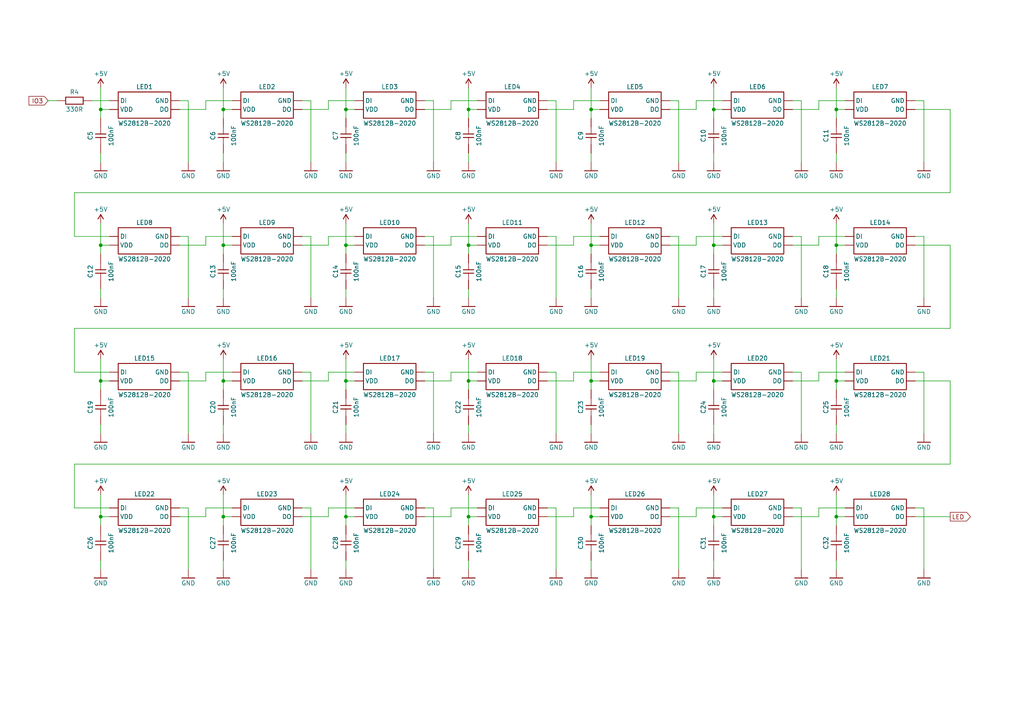
<source format=kicad_sch>
(kicad_sch (version 20250114) (generator "eeschema") (generator_version "9.0")
  (paper "A4")
  (title_block (title "PF 2026") (date "2025-12-15") (rev "R1.0"))
  (junction (at 242.57 110.49))
  (junction (at 207.01 71.12))
  (junction (at 100.33 149.86))
  (junction (at 171.45 31.75))
  (junction (at 242.57 31.75))
  (junction (at 171.45 149.86))
  (junction (at 64.77 71.12))
  (junction (at 171.45 71.12))
  (junction (at 135.89 149.86))
  (junction (at 100.33 71.12))
  (junction (at 29.21 149.86))
  (junction (at 29.21 31.75))
  (junction (at 100.33 31.75))
  (junction (at 207.01 149.86))
  (junction (at 242.57 71.12))
  (junction (at 64.77 110.49))
  (junction (at 135.89 31.75))
  (junction (at 100.33 110.49))
  (junction (at 64.77 31.75))
  (junction (at 29.21 110.49))
  (junction (at 64.77 149.86))
  (junction (at 207.01 31.75))
  (junction (at 135.89 71.12))
  (junction (at 171.45 110.49))
  (junction (at 207.01 110.49))
  (junction (at 29.21 71.12))
  (junction (at 242.57 149.86))
  (junction (at 135.89 110.49))
  (wire (pts (xy 166.37 31.75) (xy 166.37 29.21)))
  (wire (pts (xy 207.01 152.4) (xy 207.01 149.86)))
  (wire (pts (xy 125.73 46.99) (xy 125.73 29.21)))
  (wire (pts (xy 161.29 125.73) (xy 161.29 107.95)))
  (wire (pts (xy 242.57 104.14) (xy 242.57 110.49)))
  (wire (pts (xy 95.25 29.21) (xy 102.87 29.21)))
  (wire (pts (xy 100.33 162.56) (xy 100.33 165.1)))
  (wire (pts (xy 54.61 29.21) (xy 52.07 29.21)))
  (wire (pts (xy 196.85 165.1) (xy 196.85 147.32)))
  (wire (pts (xy 135.89 152.4) (xy 135.89 149.86)))
  (wire (pts (xy 232.41 86.36) (xy 232.41 68.58)))
  (wire (pts (xy 87.63 31.75) (xy 95.25 31.75)))
  (wire (pts (xy 90.17 147.32) (xy 87.63 147.32)))
  (wire (pts (xy 64.77 149.86) (xy 67.31 149.86)))
  (wire (pts (xy 242.57 149.86) (xy 245.11 149.86)))
  (wire (pts (xy 95.25 149.86) (xy 95.25 147.32)))
  (wire (pts (xy 194.31 31.75) (xy 201.93 31.75)))
  (wire (pts (xy 21.59 147.32) (xy 31.75 147.32)))
  (wire (pts (xy 123.19 71.12) (xy 130.81 71.12)))
  (wire (pts (xy 166.37 68.58) (xy 173.99 68.58)))
  (wire (pts (xy 171.45 25.4) (xy 171.45 31.75)))
  (wire (pts (xy 135.89 104.14) (xy 135.89 110.49)))
  (wire (pts (xy 207.01 113.03) (xy 207.01 110.49)))
  (wire (pts (xy 237.49 68.58) (xy 245.11 68.58)))
  (wire (pts (xy 64.77 104.14) (xy 64.77 110.49)))
  (wire (pts (xy 194.31 110.49) (xy 201.93 110.49)))
  (wire (pts (xy 21.59 68.58) (xy 21.59 55.88)))
  (wire (pts (xy 95.25 31.75) (xy 95.25 29.21)))
  (wire (pts (xy 166.37 147.32) (xy 173.99 147.32)))
  (wire (pts (xy 123.19 149.86) (xy 130.81 149.86)))
  (wire (pts (xy 125.73 107.95) (xy 123.19 107.95)))
  (wire (pts (xy 52.07 149.86) (xy 59.69 149.86)))
  (wire (pts (xy 242.57 83.82) (xy 242.57 86.36)))
  (wire (pts (xy 207.01 64.77) (xy 207.01 71.12)))
  (wire (pts (xy 59.69 149.86) (xy 59.69 147.32)))
  (wire (pts (xy 171.45 71.12) (xy 173.99 71.12)))
  (wire (pts (xy 207.01 162.56) (xy 207.01 165.1)))
  (wire (pts (xy 232.41 29.21) (xy 229.87 29.21)))
  (wire (pts (xy 135.89 83.82) (xy 135.89 86.36)))
  (wire (pts (xy 135.89 113.03) (xy 135.89 110.49)))
  (wire (pts (xy 158.75 149.86) (xy 166.37 149.86)))
  (wire (pts (xy 123.19 110.49) (xy 130.81 110.49)))
  (wire (pts (xy 135.89 149.86) (xy 138.43 149.86)))
  (wire (pts (xy 201.93 147.32) (xy 209.55 147.32)))
  (wire (pts (xy 13.97 29.21) (xy 16.51 29.21)))
  (wire (pts (xy 196.85 107.95) (xy 194.31 107.95)))
  (wire (pts (xy 59.69 68.58) (xy 67.31 68.58)))
  (wire (pts (xy 21.59 147.32) (xy 21.59 134.62)))
  (wire (pts (xy 26.67 29.21) (xy 31.75 29.21)))
  (wire (pts (xy 166.37 71.12) (xy 166.37 68.58)))
  (wire (pts (xy 237.49 149.86) (xy 237.49 147.32)))
  (wire (pts (xy 100.33 34.29) (xy 100.33 31.75)))
  (wire (pts (xy 29.21 162.56) (xy 29.21 165.1)))
  (wire (pts (xy 194.31 149.86) (xy 201.93 149.86)))
  (wire (pts (xy 130.81 107.95) (xy 138.43 107.95)))
  (wire (pts (xy 64.77 152.4) (xy 64.77 149.86)))
  (wire (pts (xy 59.69 107.95) (xy 67.31 107.95)))
  (wire (pts (xy 242.57 25.4) (xy 242.57 31.75)))
  (wire (pts (xy 201.93 71.12) (xy 201.93 68.58)))
  (wire (pts (xy 90.17 86.36) (xy 90.17 68.58)))
  (wire (pts (xy 90.17 29.21) (xy 87.63 29.21)))
  (wire (pts (xy 64.77 73.66) (xy 64.77 71.12)))
  (wire (pts (xy 232.41 165.1) (xy 232.41 147.32)))
  (wire (pts (xy 207.01 31.75) (xy 209.55 31.75)))
  (wire (pts (xy 242.57 31.75) (xy 245.11 31.75)))
  (wire (pts (xy 54.61 147.32) (xy 52.07 147.32)))
  (wire (pts (xy 201.93 110.49) (xy 201.93 107.95)))
  (wire (pts (xy 29.21 73.66) (xy 29.21 71.12)))
  (wire (pts (xy 207.01 83.82) (xy 207.01 86.36)))
  (wire (pts (xy 171.45 113.03) (xy 171.45 110.49)))
  (wire (pts (xy 52.07 110.49) (xy 59.69 110.49)))
  (wire (pts (xy 201.93 31.75) (xy 201.93 29.21)))
  (wire (pts (xy 29.21 113.03) (xy 29.21 110.49)))
  (wire (pts (xy 265.43 71.12) (xy 275.59 71.12)))
  (wire (pts (xy 242.57 152.4) (xy 242.57 149.86)))
  (wire (pts (xy 21.59 134.62) (xy 275.59 134.62)))
  (wire (pts (xy 100.33 44.45) (xy 100.33 46.99)))
  (wire (pts (xy 201.93 107.95) (xy 209.55 107.95)))
  (wire (pts (xy 196.85 86.36) (xy 196.85 68.58)))
  (wire (pts (xy 29.21 143.51) (xy 29.21 149.86)))
  (wire (pts (xy 100.33 25.4) (xy 100.33 31.75)))
  (wire (pts (xy 161.29 29.21) (xy 158.75 29.21)))
  (wire (pts (xy 100.33 152.4) (xy 100.33 149.86)))
  (wire (pts (xy 64.77 71.12) (xy 67.31 71.12)))
  (wire (pts (xy 54.61 125.73) (xy 54.61 107.95)))
  (wire (pts (xy 54.61 165.1) (xy 54.61 147.32)))
  (wire (pts (xy 242.57 162.56) (xy 242.57 165.1)))
  (wire (pts (xy 135.89 71.12) (xy 138.43 71.12)))
  (wire (pts (xy 130.81 68.58) (xy 138.43 68.58)))
  (wire (pts (xy 171.45 73.66) (xy 171.45 71.12)))
  (wire (pts (xy 54.61 68.58) (xy 52.07 68.58)))
  (wire (pts (xy 64.77 83.82) (xy 64.77 86.36)))
  (wire (pts (xy 100.33 113.03) (xy 100.33 110.49)))
  (wire (pts (xy 196.85 68.58) (xy 194.31 68.58)))
  (wire (pts (xy 194.31 71.12) (xy 201.93 71.12)))
  (wire (pts (xy 229.87 31.75) (xy 237.49 31.75)))
  (wire (pts (xy 21.59 107.95) (xy 21.59 95.25)))
  (wire (pts (xy 161.29 147.32) (xy 158.75 147.32)))
  (wire (pts (xy 29.21 25.4) (xy 29.21 31.75)))
  (wire (pts (xy 265.43 149.86) (xy 275.59 149.86)))
  (wire (pts (xy 232.41 46.99) (xy 232.41 29.21)))
  (wire (pts (xy 64.77 64.77) (xy 64.77 71.12)))
  (wire (pts (xy 125.73 86.36) (xy 125.73 68.58)))
  (wire (pts (xy 166.37 29.21) (xy 173.99 29.21)))
  (wire (pts (xy 242.57 143.51) (xy 242.57 149.86)))
  (wire (pts (xy 59.69 110.49) (xy 59.69 107.95)))
  (wire (pts (xy 87.63 110.49) (xy 95.25 110.49)))
  (wire (pts (xy 64.77 31.75) (xy 67.31 31.75)))
  (wire (pts (xy 95.25 110.49) (xy 95.25 107.95)))
  (wire (pts (xy 171.45 44.45) (xy 171.45 46.99)))
  (wire (pts (xy 229.87 149.86) (xy 237.49 149.86)))
  (wire (pts (xy 201.93 29.21) (xy 209.55 29.21)))
  (wire (pts (xy 21.59 95.25) (xy 275.59 95.25)))
  (wire (pts (xy 207.01 110.49) (xy 209.55 110.49)))
  (wire (pts (xy 87.63 71.12) (xy 95.25 71.12)))
  (wire (pts (xy 237.49 29.21) (xy 245.11 29.21)))
  (wire (pts (xy 95.25 147.32) (xy 102.87 147.32)))
  (wire (pts (xy 232.41 68.58) (xy 229.87 68.58)))
  (wire (pts (xy 135.89 143.51) (xy 135.89 149.86)))
  (wire (pts (xy 90.17 107.95) (xy 87.63 107.95)))
  (wire (pts (xy 64.77 123.19) (xy 64.77 125.73)))
  (wire (pts (xy 161.29 165.1) (xy 161.29 147.32)))
  (wire (pts (xy 64.77 143.51) (xy 64.77 149.86)))
  (wire (pts (xy 207.01 149.86) (xy 209.55 149.86)))
  (wire (pts (xy 242.57 64.77) (xy 242.57 71.12)))
  (wire (pts (xy 54.61 86.36) (xy 54.61 68.58)))
  (wire (pts (xy 100.33 149.86) (xy 102.87 149.86)))
  (wire (pts (xy 267.97 46.99) (xy 267.97 29.21)))
  (wire (pts (xy 100.33 83.82) (xy 100.33 86.36)))
  (wire (pts (xy 100.33 64.77) (xy 100.33 71.12)))
  (wire (pts (xy 207.01 25.4) (xy 207.01 31.75)))
  (wire (pts (xy 90.17 125.73) (xy 90.17 107.95)))
  (wire (pts (xy 171.45 162.56) (xy 171.45 165.1)))
  (wire (pts (xy 171.45 31.75) (xy 173.99 31.75)))
  (wire (pts (xy 207.01 143.51) (xy 207.01 149.86)))
  (wire (pts (xy 29.21 123.19) (xy 29.21 125.73)))
  (wire (pts (xy 100.33 104.14) (xy 100.33 110.49)))
  (wire (pts (xy 135.89 25.4) (xy 135.89 31.75)))
  (wire (pts (xy 135.89 31.75) (xy 138.43 31.75)))
  (wire (pts (xy 123.19 31.75) (xy 130.81 31.75)))
  (wire (pts (xy 267.97 125.73) (xy 267.97 107.95)))
  (wire (pts (xy 237.49 110.49) (xy 237.49 107.95)))
  (wire (pts (xy 166.37 110.49) (xy 166.37 107.95)))
  (wire (pts (xy 21.59 68.58) (xy 31.75 68.58)))
  (wire (pts (xy 171.45 34.29) (xy 171.45 31.75)))
  (wire (pts (xy 125.73 29.21) (xy 123.19 29.21)))
  (wire (pts (xy 100.33 123.19) (xy 100.33 125.73)))
  (wire (pts (xy 242.57 110.49) (xy 245.11 110.49)))
  (wire (pts (xy 29.21 104.14) (xy 29.21 110.49)))
  (wire (pts (xy 237.49 107.95) (xy 245.11 107.95)))
  (wire (pts (xy 242.57 113.03) (xy 242.57 110.49)))
  (wire (pts (xy 29.21 149.86) (xy 31.75 149.86)))
  (wire (pts (xy 242.57 34.29) (xy 242.57 31.75)))
  (wire (pts (xy 196.85 147.32) (xy 194.31 147.32)))
  (wire (pts (xy 207.01 34.29) (xy 207.01 31.75)))
  (wire (pts (xy 237.49 147.32) (xy 245.11 147.32)))
  (wire (pts (xy 229.87 71.12) (xy 237.49 71.12)))
  (wire (pts (xy 125.73 68.58) (xy 123.19 68.58)))
  (wire (pts (xy 201.93 68.58) (xy 209.55 68.58)))
  (wire (pts (xy 207.01 123.19) (xy 207.01 125.73)))
  (wire (pts (xy 171.45 123.19) (xy 171.45 125.73)))
  (wire (pts (xy 161.29 68.58) (xy 158.75 68.58)))
  (wire (pts (xy 237.49 31.75) (xy 237.49 29.21)))
  (wire (pts (xy 130.81 71.12) (xy 130.81 68.58)))
  (wire (pts (xy 135.89 123.19) (xy 135.89 125.73)))
  (wire (pts (xy 64.77 25.4) (xy 64.77 31.75)))
  (wire (pts (xy 52.07 31.75) (xy 59.69 31.75)))
  (wire (pts (xy 130.81 29.21) (xy 138.43 29.21)))
  (wire (pts (xy 201.93 149.86) (xy 201.93 147.32)))
  (wire (pts (xy 275.59 55.88) (xy 275.59 31.75)))
  (wire (pts (xy 135.89 44.45) (xy 135.89 46.99)))
  (wire (pts (xy 54.61 107.95) (xy 52.07 107.95)))
  (wire (pts (xy 275.59 134.62) (xy 275.59 110.49)))
  (wire (pts (xy 242.57 123.19) (xy 242.57 125.73)))
  (wire (pts (xy 207.01 104.14) (xy 207.01 110.49)))
  (wire (pts (xy 125.73 125.73) (xy 125.73 107.95)))
  (wire (pts (xy 29.21 44.45) (xy 29.21 46.99)))
  (wire (pts (xy 59.69 147.32) (xy 67.31 147.32)))
  (wire (pts (xy 64.77 110.49) (xy 67.31 110.49)))
  (wire (pts (xy 196.85 29.21) (xy 194.31 29.21)))
  (wire (pts (xy 125.73 147.32) (xy 123.19 147.32)))
  (wire (pts (xy 29.21 34.29) (xy 29.21 31.75)))
  (wire (pts (xy 171.45 152.4) (xy 171.45 149.86)))
  (wire (pts (xy 161.29 46.99) (xy 161.29 29.21)))
  (wire (pts (xy 207.01 71.12) (xy 209.55 71.12)))
  (wire (pts (xy 267.97 86.36) (xy 267.97 68.58)))
  (wire (pts (xy 59.69 31.75) (xy 59.69 29.21)))
  (wire (pts (xy 100.33 143.51) (xy 100.33 149.86)))
  (wire (pts (xy 100.33 71.12) (xy 102.87 71.12)))
  (wire (pts (xy 64.77 113.03) (xy 64.77 110.49)))
  (wire (pts (xy 52.07 71.12) (xy 59.69 71.12)))
  (wire (pts (xy 135.89 162.56) (xy 135.89 165.1)))
  (wire (pts (xy 59.69 29.21) (xy 67.31 29.21)))
  (wire (pts (xy 135.89 34.29) (xy 135.89 31.75)))
  (wire (pts (xy 229.87 110.49) (xy 237.49 110.49)))
  (wire (pts (xy 135.89 64.77) (xy 135.89 71.12)))
  (wire (pts (xy 21.59 107.95) (xy 31.75 107.95)))
  (wire (pts (xy 171.45 149.86) (xy 173.99 149.86)))
  (wire (pts (xy 158.75 71.12) (xy 166.37 71.12)))
  (wire (pts (xy 100.33 73.66) (xy 100.33 71.12)))
  (wire (pts (xy 166.37 107.95) (xy 173.99 107.95)))
  (wire (pts (xy 100.33 31.75) (xy 102.87 31.75)))
  (wire (pts (xy 207.01 44.45) (xy 207.01 46.99)))
  (wire (pts (xy 125.73 165.1) (xy 125.73 147.32)))
  (wire (pts (xy 95.25 68.58) (xy 102.87 68.58)))
  (wire (pts (xy 232.41 107.95) (xy 229.87 107.95)))
  (wire (pts (xy 267.97 107.95) (xy 265.43 107.95)))
  (wire (pts (xy 95.25 71.12) (xy 95.25 68.58)))
  (wire (pts (xy 29.21 31.75) (xy 31.75 31.75)))
  (wire (pts (xy 232.41 147.32) (xy 229.87 147.32)))
  (wire (pts (xy 171.45 64.77) (xy 171.45 71.12)))
  (wire (pts (xy 158.75 31.75) (xy 166.37 31.75)))
  (wire (pts (xy 130.81 149.86) (xy 130.81 147.32)))
  (wire (pts (xy 232.41 125.73) (xy 232.41 107.95)))
  (wire (pts (xy 64.77 162.56) (xy 64.77 165.1)))
  (wire (pts (xy 171.45 143.51) (xy 171.45 149.86)))
  (wire (pts (xy 100.33 110.49) (xy 102.87 110.49)))
  (wire (pts (xy 29.21 71.12) (xy 31.75 71.12)))
  (wire (pts (xy 90.17 46.99) (xy 90.17 29.21)))
  (wire (pts (xy 166.37 149.86) (xy 166.37 147.32)))
  (wire (pts (xy 265.43 31.75) (xy 275.59 31.75)))
  (wire (pts (xy 54.61 46.99) (xy 54.61 29.21)))
  (wire (pts (xy 90.17 68.58) (xy 87.63 68.58)))
  (wire (pts (xy 59.69 71.12) (xy 59.69 68.58)))
  (wire (pts (xy 275.59 95.25) (xy 275.59 71.12)))
  (wire (pts (xy 29.21 64.77) (xy 29.21 71.12)))
  (wire (pts (xy 135.89 110.49) (xy 138.43 110.49)))
  (wire (pts (xy 267.97 165.1) (xy 267.97 147.32)))
  (wire (pts (xy 265.43 110.49) (xy 275.59 110.49)))
  (wire (pts (xy 161.29 107.95) (xy 158.75 107.95)))
  (wire (pts (xy 64.77 34.29) (xy 64.77 31.75)))
  (wire (pts (xy 196.85 125.73) (xy 196.85 107.95)))
  (wire (pts (xy 21.59 55.88) (xy 275.59 55.88)))
  (wire (pts (xy 267.97 147.32) (xy 265.43 147.32)))
  (wire (pts (xy 171.45 110.49) (xy 173.99 110.49)))
  (wire (pts (xy 196.85 46.99) (xy 196.85 29.21)))
  (wire (pts (xy 130.81 31.75) (xy 130.81 29.21)))
  (wire (pts (xy 130.81 110.49) (xy 130.81 107.95)))
  (wire (pts (xy 95.25 107.95) (xy 102.87 107.95)))
  (wire (pts (xy 267.97 29.21) (xy 265.43 29.21)))
  (wire (pts (xy 130.81 147.32) (xy 138.43 147.32)))
  (wire (pts (xy 87.63 149.86) (xy 95.25 149.86)))
  (wire (pts (xy 242.57 71.12) (xy 245.11 71.12)))
  (wire (pts (xy 135.89 73.66) (xy 135.89 71.12)))
  (wire (pts (xy 171.45 83.82) (xy 171.45 86.36)))
  (wire (pts (xy 64.77 44.45) (xy 64.77 46.99)))
  (wire (pts (xy 29.21 110.49) (xy 31.75 110.49)))
  (wire (pts (xy 242.57 73.66) (xy 242.57 71.12)))
  (wire (pts (xy 242.57 44.45) (xy 242.57 46.99)))
  (wire (pts (xy 90.17 165.1) (xy 90.17 147.32)))
  (wire (pts (xy 237.49 71.12) (xy 237.49 68.58)))
  (wire (pts (xy 29.21 152.4) (xy 29.21 149.86)))
  (wire (pts (xy 161.29 86.36) (xy 161.29 68.58)))
  (wire (pts (xy 267.97 68.58) (xy 265.43 68.58)))
  (wire (pts (xy 158.75 110.49) (xy 166.37 110.49)))
  (wire (pts (xy 207.01 73.66) (xy 207.01 71.12)))
  (wire (pts (xy 171.45 104.14) (xy 171.45 110.49)))
  (wire (pts (xy 29.21 83.82) (xy 29.21 86.36)))
  (global_label "LED" (shape output) (at 275.59 149.86 0) (property "Intersheetrefs" "${INTERSHEET_REFS}" (effects (hide yes))))
  (global_label "IO3" (shape input) (at 13.97 29.21 180) (property "Intersheetrefs" "${INTERSHEET_REFS}" (effects (hide yes))))
  (symbol (lib_id "bh-supply:GND") (at 90.17 88.9 0) (mirror y) (unit 1)
    (property "Reference" "#GND032" (effects (hide yes)))
    (property "Value" "GND" (at 90.17 89.662 0) (effects (justify top)))
  )
  (symbol (lib_id "bh-supply:+5V") (at 135.89 143.51 0) (unit 1)
    (property "Reference" "#+5V028" (effects (hide yes)))
    (property "Value" "+5V" (at 135.89 140.208 0) (effects (justify bottom)))
  )
  (symbol (lib_id "bc-led:LED-WS2812B-2020") (at 184.15 148.59 0) (unit 1)
    (property "Reference" "LED26" (at 184.15 144.018 0) (effects (justify bottom)))
    (property "Value" "WS2812B-2020" (at 184.15 153.162 0) (effects (justify top)))
    (property "Footprint" "bc-led:WS2812B-2020_R" (effects (hide yes)))
    (property "Description" "RGB LED 500,300,1500mcd 3.7-5.3V" (effects (hide yes)))
    (property "Supplier Part Number" "WS2812B-2020" (effects (hide yes)))
    (property "Supplier Name" "TME" (effects (hide yes)))
    (property "Manufacturer Part Number" "WS2812B-2020" (effects (hide yes)))
    (property "Manufacturer Name" "WORLDSEMI" (effects (hide yes)))
    (property "Mounting Technology" "SMT" (effects (hide yes)))
    (property "Package Description" "2x2x0,84mm" (effects (hide yes)))
    (property "BCPN" "BC-LED-WS2812B-2020" (effects (hide yes)))
  )
  (symbol (lib_id "bh-supply:+5V") (at 29.21 104.14 0) (unit 1)
    (property "Reference" "#+5V018" (effects (hide yes)))
    (property "Value" "+5V" (at 29.21 100.838 0) (effects (justify bottom)))
  )
  (symbol (lib_id "bh-capacitor:C-0402-100NF") (at 64.77 78.74 0) (unit 1)
    (property "Reference" "C13" (at 62.484 78.74 90) (effects (justify bottom)))
    (property "Value" "100nF" (at 67.056 78.74 90) (effects (justify top)))
    (property "Footprint" "bh-capacitor:CAPACITOR-0402_R" (effects (hide yes)))
    (property "Description" "Capacitor 100nF 10% ≥25V X5R" (effects (hide yes)))
    (property "Package Description" "0402" (effects (hide yes)))
    (property "Mounting Technology" "SMT" (effects (hide yes)))
    (property "Manufacturer Name" "AVX" (effects (hide yes)))
    (property "BHPN" "BH-C-0402-100NF" (effects (hide yes)))
  )
  (symbol (lib_id "bh-supply:GND") (at 54.61 49.53 0) (mirror y) (unit 1)
    (property "Reference" "#GND016" (effects (hide yes)))
    (property "Value" "GND" (at 54.61 50.292 0) (effects (justify top)))
  )
  (symbol (lib_id "bc-led:LED-WS2812B-2020") (at 255.27 109.22 0) (unit 1)
    (property "Reference" "LED21" (at 255.27 104.648 0) (effects (justify bottom)))
    (property "Value" "WS2812B-2020" (at 255.27 113.792 0) (effects (justify top)))
    (property "Footprint" "bc-led:WS2812B-2020_R" (effects (hide yes)))
    (property "Description" "RGB LED 500,300,1500mcd 3.7-5.3V" (effects (hide yes)))
    (property "Supplier Part Number" "WS2812B-2020" (effects (hide yes)))
    (property "Supplier Name" "TME" (effects (hide yes)))
    (property "Manufacturer Part Number" "WS2812B-2020" (effects (hide yes)))
    (property "Manufacturer Name" "WORLDSEMI" (effects (hide yes)))
    (property "Mounting Technology" "SMT" (effects (hide yes)))
    (property "Package Description" "2x2x0,84mm" (effects (hide yes)))
    (property "BCPN" "BC-LED-WS2812B-2020" (effects (hide yes)))
  )
  (symbol (lib_id "bh-supply:GND") (at 171.45 128.27 0) (mirror y) (unit 1)
    (property "Reference" "#GND051" (effects (hide yes)))
    (property "Value" "GND" (at 171.45 129.032 0) (effects (justify top)))
  )
  (symbol (lib_id "bh-supply:+5V") (at 207.01 104.14 0) (unit 1)
    (property "Reference" "#+5V023" (effects (hide yes)))
    (property "Value" "+5V" (at 207.01 100.838 0) (effects (justify bottom)))
  )
  (symbol (lib_id "bh-supply:GND") (at 207.01 49.53 0) (mirror y) (unit 1)
    (property "Reference" "#GND025" (effects (hide yes)))
    (property "Value" "GND" (at 207.01 50.292 0) (effects (justify top)))
  )
  (symbol (lib_id "bh-supply:GND") (at 196.85 88.9 0) (mirror y) (unit 1)
    (property "Reference" "#GND038" (effects (hide yes)))
    (property "Value" "GND" (at 196.85 89.662 0) (effects (justify top)))
  )
  (symbol (lib_id "bh-supply:+5V") (at 29.21 143.51 0) (unit 1)
    (property "Reference" "#+5V025" (effects (hide yes)))
    (property "Value" "+5V" (at 29.21 140.208 0) (effects (justify bottom)))
  )
  (symbol (lib_id "bh-supply:+5V") (at 207.01 64.77 0) (unit 1)
    (property "Reference" "#+5V016" (effects (hide yes)))
    (property "Value" "+5V" (at 207.01 61.468 0) (effects (justify bottom)))
  )
  (symbol (lib_id "bh-supply:+5V") (at 171.45 143.51 0) (unit 1)
    (property "Reference" "#+5V029" (effects (hide yes)))
    (property "Value" "+5V" (at 171.45 140.208 0) (effects (justify bottom)))
  )
  (symbol (lib_id "bh-supply:GND") (at 100.33 128.27 0) (mirror y) (unit 1)
    (property "Reference" "#GND047" (effects (hide yes)))
    (property "Value" "GND" (at 100.33 129.032 0) (effects (justify top)))
  )
  (symbol (lib_id "bh-supply:GND") (at 125.73 49.53 0) (mirror y) (unit 1)
    (property "Reference" "#GND020" (effects (hide yes)))
    (property "Value" "GND" (at 125.73 50.292 0) (effects (justify top)))
  )
  (symbol (lib_id "bc-led:LED-WS2812B-2020") (at 219.71 148.59 0) (unit 1)
    (property "Reference" "LED27" (at 219.71 144.018 0) (effects (justify bottom)))
    (property "Value" "WS2812B-2020" (at 219.71 153.162 0) (effects (justify top)))
    (property "Footprint" "bc-led:WS2812B-2020_R" (effects (hide yes)))
    (property "Description" "RGB LED 500,300,1500mcd 3.7-5.3V" (effects (hide yes)))
    (property "Supplier Part Number" "WS2812B-2020" (effects (hide yes)))
    (property "Supplier Name" "TME" (effects (hide yes)))
    (property "Manufacturer Part Number" "WS2812B-2020" (effects (hide yes)))
    (property "Manufacturer Name" "WORLDSEMI" (effects (hide yes)))
    (property "Mounting Technology" "SMT" (effects (hide yes)))
    (property "Package Description" "2x2x0,84mm" (effects (hide yes)))
    (property "BCPN" "BC-LED-WS2812B-2020" (effects (hide yes)))
  )
  (symbol (lib_id "bh-capacitor:C-0402-100NF") (at 242.57 78.74 0) (unit 1)
    (property "Reference" "C18" (at 240.284 78.74 90) (effects (justify bottom)))
    (property "Value" "100nF" (at 244.856 78.74 90) (effects (justify top)))
    (property "Footprint" "bh-capacitor:CAPACITOR-0402_R" (effects (hide yes)))
    (property "Description" "Capacitor 100nF 10% ≥25V X5R" (effects (hide yes)))
    (property "Package Description" "0402" (effects (hide yes)))
    (property "Mounting Technology" "SMT" (effects (hide yes)))
    (property "Manufacturer Name" "AVX" (effects (hide yes)))
    (property "BHPN" "BH-C-0402-100NF" (effects (hide yes)))
  )
  (symbol (lib_id "bh-supply:GND") (at 135.89 167.64 0) (mirror y) (unit 1)
    (property "Reference" "#GND063" (effects (hide yes)))
    (property "Value" "GND" (at 135.89 168.402 0) (effects (justify top)))
  )
  (symbol (lib_id "bh-supply:+5V") (at 242.57 25.4 0) (unit 1)
    (property "Reference" "#+5V010" (effects (hide yes)))
    (property "Value" "+5V" (at 242.57 22.098 0) (effects (justify bottom)))
  )
  (symbol (lib_id "bh-supply:GND") (at 125.73 88.9 0) (mirror y) (unit 1)
    (property "Reference" "#GND034" (effects (hide yes)))
    (property "Value" "GND" (at 125.73 89.662 0) (effects (justify top)))
  )
  (symbol (lib_id "bh-capacitor:C-0402-100NF") (at 29.21 78.74 0) (unit 1)
    (property "Reference" "C12" (at 26.924 78.74 90) (effects (justify bottom)))
    (property "Value" "100nF" (at 31.496 78.74 90) (effects (justify top)))
    (property "Footprint" "bh-capacitor:CAPACITOR-0402_R" (effects (hide yes)))
    (property "Description" "Capacitor 100nF 10% ≥25V X5R" (effects (hide yes)))
    (property "Package Description" "0402" (effects (hide yes)))
    (property "Mounting Technology" "SMT" (effects (hide yes)))
    (property "Manufacturer Name" "AVX" (effects (hide yes)))
    (property "BHPN" "BH-C-0402-100NF" (effects (hide yes)))
  )
  (symbol (lib_id "bc-led:LED-WS2812B-2020") (at 184.15 109.22 0) (unit 1)
    (property "Reference" "LED19" (at 184.15 104.648 0) (effects (justify bottom)))
    (property "Value" "WS2812B-2020" (at 184.15 113.792 0) (effects (justify top)))
    (property "Footprint" "bc-led:WS2812B-2020_R" (effects (hide yes)))
    (property "Description" "RGB LED 500,300,1500mcd 3.7-5.3V" (effects (hide yes)))
    (property "Supplier Part Number" "WS2812B-2020" (effects (hide yes)))
    (property "Supplier Name" "TME" (effects (hide yes)))
    (property "Manufacturer Part Number" "WS2812B-2020" (effects (hide yes)))
    (property "Manufacturer Name" "WORLDSEMI" (effects (hide yes)))
    (property "Mounting Technology" "SMT" (effects (hide yes)))
    (property "Package Description" "2x2x0,84mm" (effects (hide yes)))
    (property "BCPN" "BC-LED-WS2812B-2020" (effects (hide yes)))
  )
  (symbol (lib_id "bh-supply:+5V") (at 171.45 64.77 0) (unit 1)
    (property "Reference" "#+5V015" (effects (hide yes)))
    (property "Value" "+5V" (at 171.45 61.468 0) (effects (justify bottom)))
  )
  (symbol (lib_id "bh-supply:GND") (at 242.57 167.64 0) (mirror y) (unit 1)
    (property "Reference" "#GND069" (effects (hide yes)))
    (property "Value" "GND" (at 242.57 168.402 0) (effects (justify top)))
  )
  (symbol (lib_id "bh-supply:GND") (at 242.57 128.27 0) (mirror y) (unit 1)
    (property "Reference" "#GND055" (effects (hide yes)))
    (property "Value" "GND" (at 242.57 129.032 0) (effects (justify top)))
  )
  (symbol (lib_id "bc-led:LED-WS2812B-2020") (at 41.91 109.22 0) (unit 1)
    (property "Reference" "LED15" (at 41.91 104.648 0) (effects (justify bottom)))
    (property "Value" "WS2812B-2020" (at 41.91 113.792 0) (effects (justify top)))
    (property "Footprint" "bc-led:WS2812B-2020_R" (effects (hide yes)))
    (property "Description" "RGB LED 500,300,1500mcd 3.7-5.3V" (effects (hide yes)))
    (property "Supplier Part Number" "WS2812B-2020" (effects (hide yes)))
    (property "Supplier Name" "TME" (effects (hide yes)))
    (property "Manufacturer Part Number" "WS2812B-2020" (effects (hide yes)))
    (property "Manufacturer Name" "WORLDSEMI" (effects (hide yes)))
    (property "Mounting Technology" "SMT" (effects (hide yes)))
    (property "Package Description" "2x2x0,84mm" (effects (hide yes)))
    (property "BCPN" "BC-LED-WS2812B-2020" (effects (hide yes)))
  )
  (symbol (lib_id "bc-led:LED-WS2812B-2020") (at 184.15 69.85 0) (unit 1)
    (property "Reference" "LED12" (at 184.15 65.278 0) (effects (justify bottom)))
    (property "Value" "WS2812B-2020" (at 184.15 74.422 0) (effects (justify top)))
    (property "Footprint" "bc-led:WS2812B-2020_R" (effects (hide yes)))
    (property "Description" "RGB LED 500,300,1500mcd 3.7-5.3V" (effects (hide yes)))
    (property "Supplier Part Number" "WS2812B-2020" (effects (hide yes)))
    (property "Supplier Name" "TME" (effects (hide yes)))
    (property "Manufacturer Part Number" "WS2812B-2020" (effects (hide yes)))
    (property "Manufacturer Name" "WORLDSEMI" (effects (hide yes)))
    (property "Mounting Technology" "SMT" (effects (hide yes)))
    (property "Package Description" "2x2x0,84mm" (effects (hide yes)))
    (property "BCPN" "BC-LED-WS2812B-2020" (effects (hide yes)))
  )
  (symbol (lib_id "bh-supply:GND") (at 171.45 49.53 0) (mirror y) (unit 1)
    (property "Reference" "#GND023" (effects (hide yes)))
    (property "Value" "GND" (at 171.45 50.292 0) (effects (justify top)))
  )
  (symbol (lib_id "bh-supply:+5V") (at 64.77 104.14 0) (unit 1)
    (property "Reference" "#+5V019" (effects (hide yes)))
    (property "Value" "+5V" (at 64.77 100.838 0) (effects (justify bottom)))
  )
  (symbol (lib_id "bh-supply:GND") (at 161.29 128.27 0) (mirror y) (unit 1)
    (property "Reference" "#GND050" (effects (hide yes)))
    (property "Value" "GND" (at 161.29 129.032 0) (effects (justify top)))
  )
  (symbol (lib_id "bh-supply:GND") (at 161.29 167.64 0) (mirror y) (unit 1)
    (property "Reference" "#GND064" (effects (hide yes)))
    (property "Value" "GND" (at 161.29 168.402 0) (effects (justify top)))
  )
  (symbol (lib_id "bc-led:LED-WS2812B-2020") (at 148.59 30.48 0) (unit 1)
    (property "Reference" "LED4" (at 148.59 25.908 0) (effects (justify bottom)))
    (property "Value" "WS2812B-2020" (at 148.59 35.052 0) (effects (justify top)))
    (property "Footprint" "bc-led:WS2812B-2020_R" (effects (hide yes)))
    (property "Description" "RGB LED 500,300,1500mcd 3.7-5.3V" (effects (hide yes)))
    (property "Supplier Part Number" "WS2812B-2020" (effects (hide yes)))
    (property "Supplier Name" "TME" (effects (hide yes)))
    (property "Manufacturer Part Number" "WS2812B-2020" (effects (hide yes)))
    (property "Manufacturer Name" "WORLDSEMI" (effects (hide yes)))
    (property "Mounting Technology" "SMT" (effects (hide yes)))
    (property "Package Description" "2x2x0,84mm" (effects (hide yes)))
    (property "BCPN" "BC-LED-WS2812B-2020" (effects (hide yes)))
  )
  (symbol (lib_id "bc-led:LED-WS2812B-2020") (at 184.15 30.48 0) (unit 1)
    (property "Reference" "LED5" (at 184.15 25.908 0) (effects (justify bottom)))
    (property "Value" "WS2812B-2020" (at 184.15 35.052 0) (effects (justify top)))
    (property "Footprint" "bc-led:WS2812B-2020_R" (effects (hide yes)))
    (property "Description" "RGB LED 500,300,1500mcd 3.7-5.3V" (effects (hide yes)))
    (property "Supplier Part Number" "WS2812B-2020" (effects (hide yes)))
    (property "Supplier Name" "TME" (effects (hide yes)))
    (property "Manufacturer Part Number" "WS2812B-2020" (effects (hide yes)))
    (property "Manufacturer Name" "WORLDSEMI" (effects (hide yes)))
    (property "Mounting Technology" "SMT" (effects (hide yes)))
    (property "Package Description" "2x2x0,84mm" (effects (hide yes)))
    (property "BCPN" "BC-LED-WS2812B-2020" (effects (hide yes)))
  )
  (symbol (lib_id "bh-supply:GND") (at 135.89 88.9 0) (mirror y) (unit 1)
    (property "Reference" "#GND035" (effects (hide yes)))
    (property "Value" "GND" (at 135.89 89.662 0) (effects (justify top)))
  )
  (symbol (lib_id "bc-led:LED-WS2812B-2020") (at 113.03 30.48 0) (unit 1)
    (property "Reference" "LED3" (at 113.03 25.908 0) (effects (justify bottom)))
    (property "Value" "WS2812B-2020" (at 113.03 35.052 0) (effects (justify top)))
    (property "Footprint" "bc-led:WS2812B-2020_R" (effects (hide yes)))
    (property "Description" "RGB LED 500,300,1500mcd 3.7-5.3V" (effects (hide yes)))
    (property "Supplier Part Number" "WS2812B-2020" (effects (hide yes)))
    (property "Supplier Name" "TME" (effects (hide yes)))
    (property "Manufacturer Part Number" "WS2812B-2020" (effects (hide yes)))
    (property "Manufacturer Name" "WORLDSEMI" (effects (hide yes)))
    (property "Mounting Technology" "SMT" (effects (hide yes)))
    (property "Package Description" "2x2x0,84mm" (effects (hide yes)))
    (property "BCPN" "BC-LED-WS2812B-2020" (effects (hide yes)))
  )
  (symbol (lib_id "bc-led:LED-WS2812B-2020") (at 77.47 69.85 0) (unit 1)
    (property "Reference" "LED9" (at 77.47 65.278 0) (effects (justify bottom)))
    (property "Value" "WS2812B-2020" (at 77.47 74.422 0) (effects (justify top)))
    (property "Footprint" "bc-led:WS2812B-2020_R" (effects (hide yes)))
    (property "Description" "RGB LED 500,300,1500mcd 3.7-5.3V" (effects (hide yes)))
    (property "Supplier Part Number" "WS2812B-2020" (effects (hide yes)))
    (property "Supplier Name" "TME" (effects (hide yes)))
    (property "Manufacturer Part Number" "WS2812B-2020" (effects (hide yes)))
    (property "Manufacturer Name" "WORLDSEMI" (effects (hide yes)))
    (property "Mounting Technology" "SMT" (effects (hide yes)))
    (property "Package Description" "2x2x0,84mm" (effects (hide yes)))
    (property "BCPN" "BC-LED-WS2812B-2020" (effects (hide yes)))
  )
  (symbol (lib_id "bh-supply:GND") (at 125.73 167.64 0) (mirror y) (unit 1)
    (property "Reference" "#GND062" (effects (hide yes)))
    (property "Value" "GND" (at 125.73 168.402 0) (effects (justify top)))
  )
  (symbol (lib_id "bh-supply:+5V") (at 242.57 104.14 0) (unit 1)
    (property "Reference" "#+5V024" (effects (hide yes)))
    (property "Value" "+5V" (at 242.57 100.838 0) (effects (justify bottom)))
  )
  (symbol (lib_id "bh-supply:GND") (at 29.21 49.53 0) (mirror y) (unit 1)
    (property "Reference" "#GND015" (effects (hide yes)))
    (property "Value" "GND" (at 29.21 50.292 0) (effects (justify top)))
  )
  (symbol (lib_id "bh-capacitor:C-0402-100NF") (at 207.01 118.11 0) (unit 1)
    (property "Reference" "C24" (at 204.724 118.11 90) (effects (justify bottom)))
    (property "Value" "100nF" (at 209.296 118.11 90) (effects (justify top)))
    (property "Footprint" "bh-capacitor:CAPACITOR-0402_R" (effects (hide yes)))
    (property "Description" "Capacitor 100nF 10% ≥25V X5R" (effects (hide yes)))
    (property "Package Description" "0402" (effects (hide yes)))
    (property "Mounting Technology" "SMT" (effects (hide yes)))
    (property "Manufacturer Name" "AVX" (effects (hide yes)))
    (property "BHPN" "BH-C-0402-100NF" (effects (hide yes)))
  )
  (symbol (lib_id "bh-supply:+5V") (at 64.77 25.4 0) (unit 1)
    (property "Reference" "#+5V05" (effects (hide yes)))
    (property "Value" "+5V" (at 64.77 22.098 0) (effects (justify bottom)))
  )
  (symbol (lib_id "bh-supply:+5V") (at 64.77 64.77 0) (unit 1)
    (property "Reference" "#+5V012" (effects (hide yes)))
    (property "Value" "+5V" (at 64.77 61.468 0) (effects (justify bottom)))
  )
  (symbol (lib_id "bc-led:LED-WS2812B-2020") (at 219.71 30.48 0) (unit 1)
    (property "Reference" "LED6" (at 219.71 25.908 0) (effects (justify bottom)))
    (property "Value" "WS2812B-2020" (at 219.71 35.052 0) (effects (justify top)))
    (property "Footprint" "bc-led:WS2812B-2020_R" (effects (hide yes)))
    (property "Description" "RGB LED 500,300,1500mcd 3.7-5.3V" (effects (hide yes)))
    (property "Supplier Part Number" "WS2812B-2020" (effects (hide yes)))
    (property "Supplier Name" "TME" (effects (hide yes)))
    (property "Manufacturer Part Number" "WS2812B-2020" (effects (hide yes)))
    (property "Manufacturer Name" "WORLDSEMI" (effects (hide yes)))
    (property "Mounting Technology" "SMT" (effects (hide yes)))
    (property "Package Description" "2x2x0,84mm" (effects (hide yes)))
    (property "BCPN" "BC-LED-WS2812B-2020" (effects (hide yes)))
  )
  (symbol (lib_id "bc-led:LED-WS2812B-2020") (at 77.47 109.22 0) (unit 1)
    (property "Reference" "LED16" (at 77.47 104.648 0) (effects (justify bottom)))
    (property "Value" "WS2812B-2020" (at 77.47 113.792 0) (effects (justify top)))
    (property "Footprint" "bc-led:WS2812B-2020_R" (effects (hide yes)))
    (property "Description" "RGB LED 500,300,1500mcd 3.7-5.3V" (effects (hide yes)))
    (property "Supplier Part Number" "WS2812B-2020" (effects (hide yes)))
    (property "Supplier Name" "TME" (effects (hide yes)))
    (property "Manufacturer Part Number" "WS2812B-2020" (effects (hide yes)))
    (property "Manufacturer Name" "WORLDSEMI" (effects (hide yes)))
    (property "Mounting Technology" "SMT" (effects (hide yes)))
    (property "Package Description" "2x2x0,84mm" (effects (hide yes)))
    (property "BCPN" "BC-LED-WS2812B-2020" (effects (hide yes)))
  )
  (symbol (lib_id "bh-supply:GND") (at 232.41 88.9 0) (mirror y) (unit 1)
    (property "Reference" "#GND040" (effects (hide yes)))
    (property "Value" "GND" (at 232.41 89.662 0) (effects (justify top)))
  )
  (symbol (lib_id "bh-supply:GND") (at 135.89 128.27 0) (mirror y) (unit 1)
    (property "Reference" "#GND049" (effects (hide yes)))
    (property "Value" "GND" (at 135.89 129.032 0) (effects (justify top)))
  )
  (symbol (lib_id "bc-led:LED-WS2812B-2020") (at 77.47 30.48 0) (unit 1)
    (property "Reference" "LED2" (at 77.47 25.908 0) (effects (justify bottom)))
    (property "Value" "WS2812B-2020" (at 77.47 35.052 0) (effects (justify top)))
    (property "Footprint" "bc-led:WS2812B-2020_R" (effects (hide yes)))
    (property "Description" "RGB LED 500,300,1500mcd 3.7-5.3V" (effects (hide yes)))
    (property "Supplier Part Number" "WS2812B-2020" (effects (hide yes)))
    (property "Supplier Name" "TME" (effects (hide yes)))
    (property "Manufacturer Part Number" "WS2812B-2020" (effects (hide yes)))
    (property "Manufacturer Name" "WORLDSEMI" (effects (hide yes)))
    (property "Mounting Technology" "SMT" (effects (hide yes)))
    (property "Package Description" "2x2x0,84mm" (effects (hide yes)))
    (property "BCPN" "BC-LED-WS2812B-2020" (effects (hide yes)))
  )
  (symbol (lib_id "bh-supply:+5V") (at 207.01 25.4 0) (unit 1)
    (property "Reference" "#+5V09" (effects (hide yes)))
    (property "Value" "+5V" (at 207.01 22.098 0) (effects (justify bottom)))
  )
  (symbol (lib_id "bc-led:LED-WS2812B-2020") (at 255.27 69.85 0) (unit 1)
    (property "Reference" "LED14" (at 255.27 65.278 0) (effects (justify bottom)))
    (property "Value" "WS2812B-2020" (at 255.27 74.422 0) (effects (justify top)))
    (property "Footprint" "bc-led:WS2812B-2020_R" (effects (hide yes)))
    (property "Description" "RGB LED 500,300,1500mcd 3.7-5.3V" (effects (hide yes)))
    (property "Supplier Part Number" "WS2812B-2020" (effects (hide yes)))
    (property "Supplier Name" "TME" (effects (hide yes)))
    (property "Manufacturer Part Number" "WS2812B-2020" (effects (hide yes)))
    (property "Manufacturer Name" "WORLDSEMI" (effects (hide yes)))
    (property "Mounting Technology" "SMT" (effects (hide yes)))
    (property "Package Description" "2x2x0,84mm" (effects (hide yes)))
    (property "BCPN" "BC-LED-WS2812B-2020" (effects (hide yes)))
  )
  (symbol (lib_id "bh-supply:+5V") (at 29.21 25.4 0) (unit 1)
    (property "Reference" "#+5V04" (effects (hide yes)))
    (property "Value" "+5V" (at 29.21 22.098 0) (effects (justify bottom)))
  )
  (symbol (lib_id "bh-capacitor:C-0402-100NF") (at 100.33 78.74 0) (unit 1)
    (property "Reference" "C14" (at 98.044 78.74 90) (effects (justify bottom)))
    (property "Value" "100nF" (at 102.616 78.74 90) (effects (justify top)))
    (property "Footprint" "bh-capacitor:CAPACITOR-0402_R" (effects (hide yes)))
    (property "Description" "Capacitor 100nF 10% ≥25V X5R" (effects (hide yes)))
    (property "Package Description" "0402" (effects (hide yes)))
    (property "Mounting Technology" "SMT" (effects (hide yes)))
    (property "Manufacturer Name" "AVX" (effects (hide yes)))
    (property "BHPN" "BH-C-0402-100NF" (effects (hide yes)))
  )
  (symbol (lib_id "bh-supply:GND") (at 64.77 128.27 0) (mirror y) (unit 1)
    (property "Reference" "#GND045" (effects (hide yes)))
    (property "Value" "GND" (at 64.77 129.032 0) (effects (justify top)))
  )
  (symbol (lib_id "bh-capacitor:C-0402-100NF") (at 135.89 78.74 0) (unit 1)
    (property "Reference" "C15" (at 133.604 78.74 90) (effects (justify bottom)))
    (property "Value" "100nF" (at 138.176 78.74 90) (effects (justify top)))
    (property "Footprint" "bh-capacitor:CAPACITOR-0402_R" (effects (hide yes)))
    (property "Description" "Capacitor 100nF 10% ≥25V X5R" (effects (hide yes)))
    (property "Package Description" "0402" (effects (hide yes)))
    (property "Mounting Technology" "SMT" (effects (hide yes)))
    (property "Manufacturer Name" "AVX" (effects (hide yes)))
    (property "BHPN" "BH-C-0402-100NF" (effects (hide yes)))
  )
  (symbol (lib_id "bh-supply:GND") (at 29.21 88.9 0) (mirror y) (unit 1)
    (property "Reference" "#GND029" (effects (hide yes)))
    (property "Value" "GND" (at 29.21 89.662 0) (effects (justify top)))
  )
  (symbol (lib_id "bc-led:LED-WS2812B-2020") (at 148.59 69.85 0) (unit 1)
    (property "Reference" "LED11" (at 148.59 65.278 0) (effects (justify bottom)))
    (property "Value" "WS2812B-2020" (at 148.59 74.422 0) (effects (justify top)))
    (property "Footprint" "bc-led:WS2812B-2020_R" (effects (hide yes)))
    (property "Description" "RGB LED 500,300,1500mcd 3.7-5.3V" (effects (hide yes)))
    (property "Supplier Part Number" "WS2812B-2020" (effects (hide yes)))
    (property "Supplier Name" "TME" (effects (hide yes)))
    (property "Manufacturer Part Number" "WS2812B-2020" (effects (hide yes)))
    (property "Manufacturer Name" "WORLDSEMI" (effects (hide yes)))
    (property "Mounting Technology" "SMT" (effects (hide yes)))
    (property "Package Description" "2x2x0,84mm" (effects (hide yes)))
    (property "BCPN" "BC-LED-WS2812B-2020" (effects (hide yes)))
  )
  (symbol (lib_id "bh-capacitor:C-0402-100NF") (at 135.89 157.48 0) (unit 1)
    (property "Reference" "C29" (at 133.604 157.48 90) (effects (justify bottom)))
    (property "Value" "100nF" (at 138.176 157.48 90) (effects (justify top)))
    (property "Footprint" "bh-capacitor:CAPACITOR-0402_R" (effects (hide yes)))
    (property "Description" "Capacitor 100nF 10% ≥25V X5R" (effects (hide yes)))
    (property "Package Description" "0402" (effects (hide yes)))
    (property "Mounting Technology" "SMT" (effects (hide yes)))
    (property "Manufacturer Name" "AVX" (effects (hide yes)))
    (property "BHPN" "BH-C-0402-100NF" (effects (hide yes)))
  )
  (symbol (lib_id "bh-supply:GND") (at 54.61 128.27 0) (mirror y) (unit 1)
    (property "Reference" "#GND044" (effects (hide yes)))
    (property "Value" "GND" (at 54.61 129.032 0) (effects (justify top)))
  )
  (symbol (lib_id "bh-supply:GND") (at 100.33 88.9 0) (mirror y) (unit 1)
    (property "Reference" "#GND033" (effects (hide yes)))
    (property "Value" "GND" (at 100.33 89.662 0) (effects (justify top)))
  )
  (symbol (lib_id "bh-supply:+5V") (at 100.33 25.4 0) (unit 1)
    (property "Reference" "#+5V06" (effects (hide yes)))
    (property "Value" "+5V" (at 100.33 22.098 0) (effects (justify bottom)))
  )
  (symbol (lib_id "bc-led:LED-WS2812B-2020") (at 113.03 69.85 0) (unit 1)
    (property "Reference" "LED10" (at 113.03 65.278 0) (effects (justify bottom)))
    (property "Value" "WS2812B-2020" (at 113.03 74.422 0) (effects (justify top)))
    (property "Footprint" "bc-led:WS2812B-2020_R" (effects (hide yes)))
    (property "Description" "RGB LED 500,300,1500mcd 3.7-5.3V" (effects (hide yes)))
    (property "Supplier Part Number" "WS2812B-2020" (effects (hide yes)))
    (property "Supplier Name" "TME" (effects (hide yes)))
    (property "Manufacturer Part Number" "WS2812B-2020" (effects (hide yes)))
    (property "Manufacturer Name" "WORLDSEMI" (effects (hide yes)))
    (property "Mounting Technology" "SMT" (effects (hide yes)))
    (property "Package Description" "2x2x0,84mm" (effects (hide yes)))
    (property "BCPN" "BC-LED-WS2812B-2020" (effects (hide yes)))
  )
  (symbol (lib_id "bh-supply:GND") (at 267.97 49.53 0) (mirror y) (unit 1)
    (property "Reference" "#GND028" (effects (hide yes)))
    (property "Value" "GND" (at 267.97 50.292 0) (effects (justify top)))
  )
  (symbol (lib_id "bh-supply:+5V") (at 135.89 64.77 0) (unit 1)
    (property "Reference" "#+5V014" (effects (hide yes)))
    (property "Value" "+5V" (at 135.89 61.468 0) (effects (justify bottom)))
  )
  (symbol (lib_id "bh-capacitor:C-0402-100NF") (at 64.77 39.37 0) (unit 1)
    (property "Reference" "C6" (at 62.484 39.37 90) (effects (justify bottom)))
    (property "Value" "100nF" (at 67.056 39.37 90) (effects (justify top)))
    (property "Footprint" "bh-capacitor:CAPACITOR-0402_R" (effects (hide yes)))
    (property "Description" "Capacitor 100nF 10% ≥25V X5R" (effects (hide yes)))
    (property "Package Description" "0402" (effects (hide yes)))
    (property "Mounting Technology" "SMT" (effects (hide yes)))
    (property "Manufacturer Name" "AVX" (effects (hide yes)))
    (property "BHPN" "BH-C-0402-100NF" (effects (hide yes)))
  )
  (symbol (lib_id "bh-supply:GND") (at 64.77 167.64 0) (mirror y) (unit 1)
    (property "Reference" "#GND059" (effects (hide yes)))
    (property "Value" "GND" (at 64.77 168.402 0) (effects (justify top)))
  )
  (symbol (lib_id "bh-supply:GND") (at 90.17 49.53 0) (mirror y) (unit 1)
    (property "Reference" "#GND018" (effects (hide yes)))
    (property "Value" "GND" (at 90.17 50.292 0) (effects (justify top)))
  )
  (symbol (lib_id "bh-supply:GND") (at 90.17 167.64 0) (mirror y) (unit 1)
    (property "Reference" "#GND060" (effects (hide yes)))
    (property "Value" "GND" (at 90.17 168.402 0) (effects (justify top)))
  )
  (symbol (lib_id "bh-capacitor:C-0402-100NF") (at 171.45 157.48 0) (unit 1)
    (property "Reference" "C30" (at 169.164 157.48 90) (effects (justify bottom)))
    (property "Value" "100nF" (at 173.736 157.48 90) (effects (justify top)))
    (property "Footprint" "bh-capacitor:CAPACITOR-0402_R" (effects (hide yes)))
    (property "Description" "Capacitor 100nF 10% ≥25V X5R" (effects (hide yes)))
    (property "Package Description" "0402" (effects (hide yes)))
    (property "Mounting Technology" "SMT" (effects (hide yes)))
    (property "Manufacturer Name" "AVX" (effects (hide yes)))
    (property "BHPN" "BH-C-0402-100NF" (effects (hide yes)))
  )
  (symbol (lib_id "bh-supply:GND") (at 267.97 88.9 0) (mirror y) (unit 1)
    (property "Reference" "#GND042" (effects (hide yes)))
    (property "Value" "GND" (at 267.97 89.662 0) (effects (justify top)))
  )
  (symbol (lib_id "bh-supply:+5V") (at 171.45 104.14 0) (unit 1)
    (property "Reference" "#+5V022" (effects (hide yes)))
    (property "Value" "+5V" (at 171.45 100.838 0) (effects (justify bottom)))
  )
  (symbol (lib_id "bc-led:LED-WS2812B-2020") (at 219.71 109.22 0) (unit 1)
    (property "Reference" "LED20" (at 219.71 104.648 0) (effects (justify bottom)))
    (property "Value" "WS2812B-2020" (at 219.71 113.792 0) (effects (justify top)))
    (property "Footprint" "bc-led:WS2812B-2020_R" (effects (hide yes)))
    (property "Description" "RGB LED 500,300,1500mcd 3.7-5.3V" (effects (hide yes)))
    (property "Supplier Part Number" "WS2812B-2020" (effects (hide yes)))
    (property "Supplier Name" "TME" (effects (hide yes)))
    (property "Manufacturer Part Number" "WS2812B-2020" (effects (hide yes)))
    (property "Manufacturer Name" "WORLDSEMI" (effects (hide yes)))
    (property "Mounting Technology" "SMT" (effects (hide yes)))
    (property "Package Description" "2x2x0,84mm" (effects (hide yes)))
    (property "BCPN" "BC-LED-WS2812B-2020" (effects (hide yes)))
  )
  (symbol (lib_id "bh-resistor:R-0402-330R") (at 21.59 29.21 0) (unit 1)
    (property "Reference" "R4" (at 21.59 27.432 0) (effects (justify bottom)))
    (property "Value" "330R" (at 21.59 30.988 0) (effects (justify top)))
    (property "Footprint" "bh-resistor:RESISTOR-0402_R" (effects (hide yes)))
    (property "Datasheet" "https://drive.google.com/file/d/1v2H4QIQ9nBlTNz5lVGbK628c_TxdAsVw/view?usp=share_link" (effects (hide yes)))
    (property "Description" "Resistor 330R 1% 100ppm 63mW" (effects (hide yes)))
    (property "Package Description" "0402" (effects (hide yes)))
    (property "Mounting Technology" "SMT" (effects (hide yes)))
    (property "Supplier Name" "Mouser" (effects (hide yes)))
    (property "Supplier Part Number" "603-RT0402FRE07330RL" (effects (hide yes)))
    (property "Manufacturer Part Number" "RT0402FRE07330RL" (effects (hide yes)))
    (property "Manufacturer Name" "YAGEO" (effects (hide yes)))
    (property "BHPN" "BH-R-0402-330R" (effects (hide yes)))
  )
  (symbol (lib_id "bh-capacitor:C-0402-100NF") (at 207.01 78.74 0) (unit 1)
    (property "Reference" "C17" (at 204.724 78.74 90) (effects (justify bottom)))
    (property "Value" "100nF" (at 209.296 78.74 90) (effects (justify top)))
    (property "Footprint" "bh-capacitor:CAPACITOR-0402_R" (effects (hide yes)))
    (property "Description" "Capacitor 100nF 10% ≥25V X5R" (effects (hide yes)))
    (property "Package Description" "0402" (effects (hide yes)))
    (property "Mounting Technology" "SMT" (effects (hide yes)))
    (property "Manufacturer Name" "AVX" (effects (hide yes)))
    (property "BHPN" "BH-C-0402-100NF" (effects (hide yes)))
  )
  (symbol (lib_id "bh-supply:GND") (at 232.41 128.27 0) (mirror y) (unit 1)
    (property "Reference" "#GND054" (effects (hide yes)))
    (property "Value" "GND" (at 232.41 129.032 0) (effects (justify top)))
  )
  (symbol (lib_id "bh-supply:GND") (at 161.29 88.9 0) (mirror y) (unit 1)
    (property "Reference" "#GND036" (effects (hide yes)))
    (property "Value" "GND" (at 161.29 89.662 0) (effects (justify top)))
  )
  (symbol (lib_id "bh-supply:GND") (at 54.61 88.9 0) (mirror y) (unit 1)
    (property "Reference" "#GND030" (effects (hide yes)))
    (property "Value" "GND" (at 54.61 89.662 0) (effects (justify top)))
  )
  (symbol (lib_id "bh-capacitor:C-0402-100NF") (at 100.33 39.37 0) (unit 1)
    (property "Reference" "C7" (at 98.044 39.37 90) (effects (justify bottom)))
    (property "Value" "100nF" (at 102.616 39.37 90) (effects (justify top)))
    (property "Footprint" "bh-capacitor:CAPACITOR-0402_R" (effects (hide yes)))
    (property "Description" "Capacitor 100nF 10% ≥25V X5R" (effects (hide yes)))
    (property "Package Description" "0402" (effects (hide yes)))
    (property "Mounting Technology" "SMT" (effects (hide yes)))
    (property "Manufacturer Name" "AVX" (effects (hide yes)))
    (property "BHPN" "BH-C-0402-100NF" (effects (hide yes)))
  )
  (symbol (lib_id "bh-capacitor:C-0402-100NF") (at 242.57 157.48 0) (unit 1)
    (property "Reference" "C32" (at 240.284 157.48 90) (effects (justify bottom)))
    (property "Value" "100nF" (at 244.856 157.48 90) (effects (justify top)))
    (property "Footprint" "bh-capacitor:CAPACITOR-0402_R" (effects (hide yes)))
    (property "Description" "Capacitor 100nF 10% ≥25V X5R" (effects (hide yes)))
    (property "Package Description" "0402" (effects (hide yes)))
    (property "Mounting Technology" "SMT" (effects (hide yes)))
    (property "Manufacturer Name" "AVX" (effects (hide yes)))
    (property "BHPN" "BH-C-0402-100NF" (effects (hide yes)))
  )
  (symbol (lib_id "bh-supply:GND") (at 196.85 167.64 0) (mirror y) (unit 1)
    (property "Reference" "#GND066" (effects (hide yes)))
    (property "Value" "GND" (at 196.85 168.402 0) (effects (justify top)))
  )
  (symbol (lib_id "bh-capacitor:C-0402-100NF") (at 171.45 39.37 0) (unit 1)
    (property "Reference" "C9" (at 169.164 39.37 90) (effects (justify bottom)))
    (property "Value" "100nF" (at 173.736 39.37 90) (effects (justify top)))
    (property "Footprint" "bh-capacitor:CAPACITOR-0402_R" (effects (hide yes)))
    (property "Description" "Capacitor 100nF 10% ≥25V X5R" (effects (hide yes)))
    (property "Package Description" "0402" (effects (hide yes)))
    (property "Mounting Technology" "SMT" (effects (hide yes)))
    (property "Manufacturer Name" "AVX" (effects (hide yes)))
    (property "BHPN" "BH-C-0402-100NF" (effects (hide yes)))
  )
  (symbol (lib_id "bh-capacitor:C-0402-100NF") (at 135.89 118.11 0) (unit 1)
    (property "Reference" "C22" (at 133.604 118.11 90) (effects (justify bottom)))
    (property "Value" "100nF" (at 138.176 118.11 90) (effects (justify top)))
    (property "Footprint" "bh-capacitor:CAPACITOR-0402_R" (effects (hide yes)))
    (property "Description" "Capacitor 100nF 10% ≥25V X5R" (effects (hide yes)))
    (property "Package Description" "0402" (effects (hide yes)))
    (property "Mounting Technology" "SMT" (effects (hide yes)))
    (property "Manufacturer Name" "AVX" (effects (hide yes)))
    (property "BHPN" "BH-C-0402-100NF" (effects (hide yes)))
  )
  (symbol (lib_id "bh-supply:+5V") (at 242.57 143.51 0) (unit 1)
    (property "Reference" "#+5V031" (effects (hide yes)))
    (property "Value" "+5V" (at 242.57 140.208 0) (effects (justify bottom)))
  )
  (symbol (lib_id "bh-supply:GND") (at 161.29 49.53 0) (mirror y) (unit 1)
    (property "Reference" "#GND022" (effects (hide yes)))
    (property "Value" "GND" (at 161.29 50.292 0) (effects (justify top)))
  )
  (symbol (lib_id "bh-supply:+5V") (at 242.57 64.77 0) (unit 1)
    (property "Reference" "#+5V017" (effects (hide yes)))
    (property "Value" "+5V" (at 242.57 61.468 0) (effects (justify bottom)))
  )
  (symbol (lib_id "bh-capacitor:C-0402-100NF") (at 29.21 118.11 0) (unit 1)
    (property "Reference" "C19" (at 26.924 118.11 90) (effects (justify bottom)))
    (property "Value" "100nF" (at 31.496 118.11 90) (effects (justify top)))
    (property "Footprint" "bh-capacitor:CAPACITOR-0402_R" (effects (hide yes)))
    (property "Description" "Capacitor 100nF 10% ≥25V X5R" (effects (hide yes)))
    (property "Package Description" "0402" (effects (hide yes)))
    (property "Mounting Technology" "SMT" (effects (hide yes)))
    (property "Manufacturer Name" "AVX" (effects (hide yes)))
    (property "BHPN" "BH-C-0402-100NF" (effects (hide yes)))
  )
  (symbol (lib_id "bc-led:LED-WS2812B-2020") (at 41.91 30.48 0) (unit 1)
    (property "Reference" "LED1" (at 41.91 25.908 0) (effects (justify bottom)))
    (property "Value" "WS2812B-2020" (at 41.91 35.052 0) (effects (justify top)))
    (property "Footprint" "bc-led:WS2812B-2020_R" (effects (hide yes)))
    (property "Description" "RGB LED 500,300,1500mcd 3.7-5.3V" (effects (hide yes)))
    (property "Supplier Part Number" "WS2812B-2020" (effects (hide yes)))
    (property "Supplier Name" "TME" (effects (hide yes)))
    (property "Manufacturer Part Number" "WS2812B-2020" (effects (hide yes)))
    (property "Manufacturer Name" "WORLDSEMI" (effects (hide yes)))
    (property "Mounting Technology" "SMT" (effects (hide yes)))
    (property "Package Description" "2x2x0,84mm" (effects (hide yes)))
    (property "BCPN" "BC-LED-WS2812B-2020" (effects (hide yes)))
  )
  (symbol (lib_id "bh-supply:GND") (at 267.97 167.64 0) (mirror y) (unit 1)
    (property "Reference" "#GND070" (effects (hide yes)))
    (property "Value" "GND" (at 267.97 168.402 0) (effects (justify top)))
  )
  (symbol (lib_id "bc-led:LED-WS2812B-2020") (at 255.27 148.59 0) (unit 1)
    (property "Reference" "LED28" (at 255.27 144.018 0) (effects (justify bottom)))
    (property "Value" "WS2812B-2020" (at 255.27 153.162 0) (effects (justify top)))
    (property "Footprint" "bc-led:WS2812B-2020_R" (effects (hide yes)))
    (property "Description" "RGB LED 500,300,1500mcd 3.7-5.3V" (effects (hide yes)))
    (property "Supplier Part Number" "WS2812B-2020" (effects (hide yes)))
    (property "Supplier Name" "TME" (effects (hide yes)))
    (property "Manufacturer Part Number" "WS2812B-2020" (effects (hide yes)))
    (property "Manufacturer Name" "WORLDSEMI" (effects (hide yes)))
    (property "Mounting Technology" "SMT" (effects (hide yes)))
    (property "Package Description" "2x2x0,84mm" (effects (hide yes)))
    (property "BCPN" "BC-LED-WS2812B-2020" (effects (hide yes)))
  )
  (symbol (lib_id "bh-supply:GND") (at 171.45 167.64 0) (mirror y) (unit 1)
    (property "Reference" "#GND065" (effects (hide yes)))
    (property "Value" "GND" (at 171.45 168.402 0) (effects (justify top)))
  )
  (symbol (lib_id "bh-supply:GND") (at 100.33 49.53 0) (mirror y) (unit 1)
    (property "Reference" "#GND019" (effects (hide yes)))
    (property "Value" "GND" (at 100.33 50.292 0) (effects (justify top)))
  )
  (symbol (lib_id "bh-supply:GND") (at 100.33 167.64 0) (mirror y) (unit 1)
    (property "Reference" "#GND061" (effects (hide yes)))
    (property "Value" "GND" (at 100.33 168.402 0) (effects (justify top)))
  )
  (symbol (lib_id "bc-led:LED-WS2812B-2020") (at 77.47 148.59 0) (unit 1)
    (property "Reference" "LED23" (at 77.47 144.018 0) (effects (justify bottom)))
    (property "Value" "WS2812B-2020" (at 77.47 153.162 0) (effects (justify top)))
    (property "Footprint" "bc-led:WS2812B-2020_R" (effects (hide yes)))
    (property "Description" "RGB LED 500,300,1500mcd 3.7-5.3V" (effects (hide yes)))
    (property "Supplier Part Number" "WS2812B-2020" (effects (hide yes)))
    (property "Supplier Name" "TME" (effects (hide yes)))
    (property "Manufacturer Part Number" "WS2812B-2020" (effects (hide yes)))
    (property "Manufacturer Name" "WORLDSEMI" (effects (hide yes)))
    (property "Mounting Technology" "SMT" (effects (hide yes)))
    (property "Package Description" "2x2x0,84mm" (effects (hide yes)))
    (property "BCPN" "BC-LED-WS2812B-2020" (effects (hide yes)))
  )
  (symbol (lib_id "bc-led:LED-WS2812B-2020") (at 113.03 109.22 0) (unit 1)
    (property "Reference" "LED17" (at 113.03 104.648 0) (effects (justify bottom)))
    (property "Value" "WS2812B-2020" (at 113.03 113.792 0) (effects (justify top)))
    (property "Footprint" "bc-led:WS2812B-2020_R" (effects (hide yes)))
    (property "Description" "RGB LED 500,300,1500mcd 3.7-5.3V" (effects (hide yes)))
    (property "Supplier Part Number" "WS2812B-2020" (effects (hide yes)))
    (property "Supplier Name" "TME" (effects (hide yes)))
    (property "Manufacturer Part Number" "WS2812B-2020" (effects (hide yes)))
    (property "Manufacturer Name" "WORLDSEMI" (effects (hide yes)))
    (property "Mounting Technology" "SMT" (effects (hide yes)))
    (property "Package Description" "2x2x0,84mm" (effects (hide yes)))
    (property "BCPN" "BC-LED-WS2812B-2020" (effects (hide yes)))
  )
  (symbol (lib_id "bh-supply:GND") (at 64.77 49.53 0) (mirror y) (unit 1)
    (property "Reference" "#GND017" (effects (hide yes)))
    (property "Value" "GND" (at 64.77 50.292 0) (effects (justify top)))
  )
  (symbol (lib_id "bh-supply:GND") (at 207.01 167.64 0) (mirror y) (unit 1)
    (property "Reference" "#GND067" (effects (hide yes)))
    (property "Value" "GND" (at 207.01 168.402 0) (effects (justify top)))
  )
  (symbol (lib_id "bh-supply:+5V") (at 171.45 25.4 0) (unit 1)
    (property "Reference" "#+5V08" (effects (hide yes)))
    (property "Value" "+5V" (at 171.45 22.098 0) (effects (justify bottom)))
  )
  (symbol (lib_id "bh-capacitor:C-0402-100NF") (at 135.89 39.37 0) (unit 1)
    (property "Reference" "C8" (at 133.604 39.37 90) (effects (justify bottom)))
    (property "Value" "100nF" (at 138.176 39.37 90) (effects (justify top)))
    (property "Footprint" "bh-capacitor:CAPACITOR-0402_R" (effects (hide yes)))
    (property "Description" "Capacitor 100nF 10% ≥25V X5R" (effects (hide yes)))
    (property "Package Description" "0402" (effects (hide yes)))
    (property "Mounting Technology" "SMT" (effects (hide yes)))
    (property "Manufacturer Name" "AVX" (effects (hide yes)))
    (property "BHPN" "BH-C-0402-100NF" (effects (hide yes)))
  )
  (symbol (lib_id "bh-capacitor:C-0402-100NF") (at 242.57 118.11 0) (unit 1)
    (property "Reference" "C25" (at 240.284 118.11 90) (effects (justify bottom)))
    (property "Value" "100nF" (at 244.856 118.11 90) (effects (justify top)))
    (property "Footprint" "bh-capacitor:CAPACITOR-0402_R" (effects (hide yes)))
    (property "Description" "Capacitor 100nF 10% ≥25V X5R" (effects (hide yes)))
    (property "Package Description" "0402" (effects (hide yes)))
    (property "Mounting Technology" "SMT" (effects (hide yes)))
    (property "Manufacturer Name" "AVX" (effects (hide yes)))
    (property "BHPN" "BH-C-0402-100NF" (effects (hide yes)))
  )
  (symbol (lib_id "bh-supply:+5V") (at 135.89 25.4 0) (unit 1)
    (property "Reference" "#+5V07" (effects (hide yes)))
    (property "Value" "+5V" (at 135.89 22.098 0) (effects (justify bottom)))
  )
  (symbol (lib_id "bh-capacitor:C-0402-100NF") (at 171.45 78.74 0) (unit 1)
    (property "Reference" "C16" (at 169.164 78.74 90) (effects (justify bottom)))
    (property "Value" "100nF" (at 173.736 78.74 90) (effects (justify top)))
    (property "Footprint" "bh-capacitor:CAPACITOR-0402_R" (effects (hide yes)))
    (property "Description" "Capacitor 100nF 10% ≥25V X5R" (effects (hide yes)))
    (property "Package Description" "0402" (effects (hide yes)))
    (property "Mounting Technology" "SMT" (effects (hide yes)))
    (property "Manufacturer Name" "AVX" (effects (hide yes)))
    (property "BHPN" "BH-C-0402-100NF" (effects (hide yes)))
  )
  (symbol (lib_id "bh-capacitor:C-0402-100NF") (at 171.45 118.11 0) (unit 1)
    (property "Reference" "C23" (at 169.164 118.11 90) (effects (justify bottom)))
    (property "Value" "100nF" (at 173.736 118.11 90) (effects (justify top)))
    (property "Footprint" "bh-capacitor:CAPACITOR-0402_R" (effects (hide yes)))
    (property "Description" "Capacitor 100nF 10% ≥25V X5R" (effects (hide yes)))
    (property "Package Description" "0402" (effects (hide yes)))
    (property "Mounting Technology" "SMT" (effects (hide yes)))
    (property "Manufacturer Name" "AVX" (effects (hide yes)))
    (property "BHPN" "BH-C-0402-100NF" (effects (hide yes)))
  )
  (symbol (lib_id "bh-supply:+5V") (at 100.33 143.51 0) (unit 1)
    (property "Reference" "#+5V027" (effects (hide yes)))
    (property "Value" "+5V" (at 100.33 140.208 0) (effects (justify bottom)))
  )
  (symbol (lib_id "bh-supply:GND") (at 171.45 88.9 0) (mirror y) (unit 1)
    (property "Reference" "#GND037" (effects (hide yes)))
    (property "Value" "GND" (at 171.45 89.662 0) (effects (justify top)))
  )
  (symbol (lib_id "bh-capacitor:C-0402-100NF") (at 100.33 118.11 0) (unit 1)
    (property "Reference" "C21" (at 98.044 118.11 90) (effects (justify bottom)))
    (property "Value" "100nF" (at 102.616 118.11 90) (effects (justify top)))
    (property "Footprint" "bh-capacitor:CAPACITOR-0402_R" (effects (hide yes)))
    (property "Description" "Capacitor 100nF 10% ≥25V X5R" (effects (hide yes)))
    (property "Package Description" "0402" (effects (hide yes)))
    (property "Mounting Technology" "SMT" (effects (hide yes)))
    (property "Manufacturer Name" "AVX" (effects (hide yes)))
    (property "BHPN" "BH-C-0402-100NF" (effects (hide yes)))
  )
  (symbol (lib_id "bh-capacitor:C-0402-100NF") (at 29.21 157.48 0) (unit 1)
    (property "Reference" "C26" (at 26.924 157.48 90) (effects (justify bottom)))
    (property "Value" "100nF" (at 31.496 157.48 90) (effects (justify top)))
    (property "Footprint" "bh-capacitor:CAPACITOR-0402_R" (effects (hide yes)))
    (property "Description" "Capacitor 100nF 10% ≥25V X5R" (effects (hide yes)))
    (property "Package Description" "0402" (effects (hide yes)))
    (property "Mounting Technology" "SMT" (effects (hide yes)))
    (property "Manufacturer Name" "AVX" (effects (hide yes)))
    (property "BHPN" "BH-C-0402-100NF" (effects (hide yes)))
  )
  (symbol (lib_id "bh-supply:GND") (at 64.77 88.9 0) (mirror y) (unit 1)
    (property "Reference" "#GND031" (effects (hide yes)))
    (property "Value" "GND" (at 64.77 89.662 0) (effects (justify top)))
  )
  (symbol (lib_id "bh-capacitor:C-0402-100NF") (at 64.77 157.48 0) (unit 1)
    (property "Reference" "C27" (at 62.484 157.48 90) (effects (justify bottom)))
    (property "Value" "100nF" (at 67.056 157.48 90) (effects (justify top)))
    (property "Footprint" "bh-capacitor:CAPACITOR-0402_R" (effects (hide yes)))
    (property "Description" "Capacitor 100nF 10% ≥25V X5R" (effects (hide yes)))
    (property "Package Description" "0402" (effects (hide yes)))
    (property "Mounting Technology" "SMT" (effects (hide yes)))
    (property "Manufacturer Name" "AVX" (effects (hide yes)))
    (property "BHPN" "BH-C-0402-100NF" (effects (hide yes)))
  )
  (symbol (lib_id "bh-capacitor:C-0402-100NF") (at 207.01 39.37 0) (unit 1)
    (property "Reference" "C10" (at 204.724 39.37 90) (effects (justify bottom)))
    (property "Value" "100nF" (at 209.296 39.37 90) (effects (justify top)))
    (property "Footprint" "bh-capacitor:CAPACITOR-0402_R" (effects (hide yes)))
    (property "Description" "Capacitor 100nF 10% ≥25V X5R" (effects (hide yes)))
    (property "Package Description" "0402" (effects (hide yes)))
    (property "Mounting Technology" "SMT" (effects (hide yes)))
    (property "Manufacturer Name" "AVX" (effects (hide yes)))
    (property "BHPN" "BH-C-0402-100NF" (effects (hide yes)))
  )
  (symbol (lib_id "bh-supply:GND") (at 267.97 128.27 0) (mirror y) (unit 1)
    (property "Reference" "#GND056" (effects (hide yes)))
    (property "Value" "GND" (at 267.97 129.032 0) (effects (justify top)))
  )
  (symbol (lib_id "bh-supply:GND") (at 90.17 128.27 0) (mirror y) (unit 1)
    (property "Reference" "#GND046" (effects (hide yes)))
    (property "Value" "GND" (at 90.17 129.032 0) (effects (justify top)))
  )
  (symbol (lib_id "bh-supply:GND") (at 207.01 88.9 0) (mirror y) (unit 1)
    (property "Reference" "#GND039" (effects (hide yes)))
    (property "Value" "GND" (at 207.01 89.662 0) (effects (justify top)))
  )
  (symbol (lib_id "bc-led:LED-WS2812B-2020") (at 255.27 30.48 0) (unit 1)
    (property "Reference" "LED7" (at 255.27 25.908 0) (effects (justify bottom)))
    (property "Value" "WS2812B-2020" (at 255.27 35.052 0) (effects (justify top)))
    (property "Footprint" "bc-led:WS2812B-2020_R" (effects (hide yes)))
    (property "Description" "RGB LED 500,300,1500mcd 3.7-5.3V" (effects (hide yes)))
    (property "Supplier Part Number" "WS2812B-2020" (effects (hide yes)))
    (property "Supplier Name" "TME" (effects (hide yes)))
    (property "Manufacturer Part Number" "WS2812B-2020" (effects (hide yes)))
    (property "Manufacturer Name" "WORLDSEMI" (effects (hide yes)))
    (property "Mounting Technology" "SMT" (effects (hide yes)))
    (property "Package Description" "2x2x0,84mm" (effects (hide yes)))
    (property "BCPN" "BC-LED-WS2812B-2020" (effects (hide yes)))
  )
  (symbol (lib_id "bh-supply:+5V") (at 207.01 143.51 0) (unit 1)
    (property "Reference" "#+5V030" (effects (hide yes)))
    (property "Value" "+5V" (at 207.01 140.208 0) (effects (justify bottom)))
  )
  (symbol (lib_id "bh-supply:+5V") (at 135.89 104.14 0) (unit 1)
    (property "Reference" "#+5V021" (effects (hide yes)))
    (property "Value" "+5V" (at 135.89 100.838 0) (effects (justify bottom)))
  )
  (symbol (lib_id "bh-capacitor:C-0402-100NF") (at 207.01 157.48 0) (unit 1)
    (property "Reference" "C31" (at 204.724 157.48 90) (effects (justify bottom)))
    (property "Value" "100nF" (at 209.296 157.48 90) (effects (justify top)))
    (property "Footprint" "bh-capacitor:CAPACITOR-0402_R" (effects (hide yes)))
    (property "Description" "Capacitor 100nF 10% ≥25V X5R" (effects (hide yes)))
    (property "Package Description" "0402" (effects (hide yes)))
    (property "Mounting Technology" "SMT" (effects (hide yes)))
    (property "Manufacturer Name" "AVX" (effects (hide yes)))
    (property "BHPN" "BH-C-0402-100NF" (effects (hide yes)))
  )
  (symbol (lib_id "bh-supply:GND") (at 196.85 128.27 0) (mirror y) (unit 1)
    (property "Reference" "#GND052" (effects (hide yes)))
    (property "Value" "GND" (at 196.85 129.032 0) (effects (justify top)))
  )
  (symbol (lib_id "bh-capacitor:C-0402-100NF") (at 29.21 39.37 0) (unit 1)
    (property "Reference" "C5" (at 26.924 39.37 90) (effects (justify bottom)))
    (property "Value" "100nF" (at 31.496 39.37 90) (effects (justify top)))
    (property "Footprint" "bh-capacitor:CAPACITOR-0402_R" (effects (hide yes)))
    (property "Description" "Capacitor 100nF 10% ≥25V X5R" (effects (hide yes)))
    (property "Package Description" "0402" (effects (hide yes)))
    (property "Mounting Technology" "SMT" (effects (hide yes)))
    (property "Manufacturer Name" "AVX" (effects (hide yes)))
    (property "BHPN" "BH-C-0402-100NF" (effects (hide yes)))
  )
  (symbol (lib_id "bc-led:LED-WS2812B-2020") (at 219.71 69.85 0) (unit 1)
    (property "Reference" "LED13" (at 219.71 65.278 0) (effects (justify bottom)))
    (property "Value" "WS2812B-2020" (at 219.71 74.422 0) (effects (justify top)))
    (property "Footprint" "bc-led:WS2812B-2020_R" (effects (hide yes)))
    (property "Description" "RGB LED 500,300,1500mcd 3.7-5.3V" (effects (hide yes)))
    (property "Supplier Part Number" "WS2812B-2020" (effects (hide yes)))
    (property "Supplier Name" "TME" (effects (hide yes)))
    (property "Manufacturer Part Number" "WS2812B-2020" (effects (hide yes)))
    (property "Manufacturer Name" "WORLDSEMI" (effects (hide yes)))
    (property "Mounting Technology" "SMT" (effects (hide yes)))
    (property "Package Description" "2x2x0,84mm" (effects (hide yes)))
    (property "BCPN" "BC-LED-WS2812B-2020" (effects (hide yes)))
  )
  (symbol (lib_id "bh-supply:GND") (at 232.41 167.64 0) (mirror y) (unit 1)
    (property "Reference" "#GND068" (effects (hide yes)))
    (property "Value" "GND" (at 232.41 168.402 0) (effects (justify top)))
  )
  (symbol (lib_id "bh-supply:GND") (at 196.85 49.53 0) (mirror y) (unit 1)
    (property "Reference" "#GND024" (effects (hide yes)))
    (property "Value" "GND" (at 196.85 50.292 0) (effects (justify top)))
  )
  (symbol (lib_id "bh-supply:+5V") (at 100.33 64.77 0) (unit 1)
    (property "Reference" "#+5V013" (effects (hide yes)))
    (property "Value" "+5V" (at 100.33 61.468 0) (effects (justify bottom)))
  )
  (symbol (lib_id "bh-supply:GND") (at 29.21 167.64 0) (mirror y) (unit 1)
    (property "Reference" "#GND057" (effects (hide yes)))
    (property "Value" "GND" (at 29.21 168.402 0) (effects (justify top)))
  )
  (symbol (lib_id "bh-supply:GND") (at 54.61 167.64 0) (mirror y) (unit 1)
    (property "Reference" "#GND058" (effects (hide yes)))
    (property "Value" "GND" (at 54.61 168.402 0) (effects (justify top)))
  )
  (symbol (lib_id "bc-led:LED-WS2812B-2020") (at 148.59 148.59 0) (unit 1)
    (property "Reference" "LED25" (at 148.59 144.018 0) (effects (justify bottom)))
    (property "Value" "WS2812B-2020" (at 148.59 153.162 0) (effects (justify top)))
    (property "Footprint" "bc-led:WS2812B-2020_R" (effects (hide yes)))
    (property "Description" "RGB LED 500,300,1500mcd 3.7-5.3V" (effects (hide yes)))
    (property "Supplier Part Number" "WS2812B-2020" (effects (hide yes)))
    (property "Supplier Name" "TME" (effects (hide yes)))
    (property "Manufacturer Part Number" "WS2812B-2020" (effects (hide yes)))
    (property "Manufacturer Name" "WORLDSEMI" (effects (hide yes)))
    (property "Mounting Technology" "SMT" (effects (hide yes)))
    (property "Package Description" "2x2x0,84mm" (effects (hide yes)))
    (property "BCPN" "BC-LED-WS2812B-2020" (effects (hide yes)))
  )
  (symbol (lib_id "bh-capacitor:C-0402-100NF") (at 242.57 39.37 0) (unit 1)
    (property "Reference" "C11" (at 240.284 39.37 90) (effects (justify bottom)))
    (property "Value" "100nF" (at 244.856 39.37 90) (effects (justify top)))
    (property "Footprint" "bh-capacitor:CAPACITOR-0402_R" (effects (hide yes)))
    (property "Description" "Capacitor 100nF 10% ≥25V X5R" (effects (hide yes)))
    (property "Package Description" "0402" (effects (hide yes)))
    (property "Mounting Technology" "SMT" (effects (hide yes)))
    (property "Manufacturer Name" "AVX" (effects (hide yes)))
    (property "BHPN" "BH-C-0402-100NF" (effects (hide yes)))
  )
  (symbol (lib_id "bh-supply:+5V") (at 29.21 64.77 0) (unit 1)
    (property "Reference" "#+5V011" (effects (hide yes)))
    (property "Value" "+5V" (at 29.21 61.468 0) (effects (justify bottom)))
  )
  (symbol (lib_id "bc-led:LED-WS2812B-2020") (at 41.91 69.85 0) (unit 1)
    (property "Reference" "LED8" (at 41.91 65.278 0) (effects (justify bottom)))
    (property "Value" "WS2812B-2020" (at 41.91 74.422 0) (effects (justify top)))
    (property "Footprint" "bc-led:WS2812B-2020_R" (effects (hide yes)))
    (property "Description" "RGB LED 500,300,1500mcd 3.7-5.3V" (effects (hide yes)))
    (property "Supplier Part Number" "WS2812B-2020" (effects (hide yes)))
    (property "Supplier Name" "TME" (effects (hide yes)))
    (property "Manufacturer Part Number" "WS2812B-2020" (effects (hide yes)))
    (property "Manufacturer Name" "WORLDSEMI" (effects (hide yes)))
    (property "Mounting Technology" "SMT" (effects (hide yes)))
    (property "Package Description" "2x2x0,84mm" (effects (hide yes)))
    (property "BCPN" "BC-LED-WS2812B-2020" (effects (hide yes)))
  )
  (symbol (lib_id "bh-capacitor:C-0402-100NF") (at 100.33 157.48 0) (unit 1)
    (property "Reference" "C28" (at 98.044 157.48 90) (effects (justify bottom)))
    (property "Value" "100nF" (at 102.616 157.48 90) (effects (justify top)))
    (property "Footprint" "bh-capacitor:CAPACITOR-0402_R" (effects (hide yes)))
    (property "Description" "Capacitor 100nF 10% ≥25V X5R" (effects (hide yes)))
    (property "Package Description" "0402" (effects (hide yes)))
    (property "Mounting Technology" "SMT" (effects (hide yes)))
    (property "Manufacturer Name" "AVX" (effects (hide yes)))
    (property "BHPN" "BH-C-0402-100NF" (effects (hide yes)))
  )
  (symbol (lib_id "bh-supply:GND") (at 242.57 88.9 0) (mirror y) (unit 1)
    (property "Reference" "#GND041" (effects (hide yes)))
    (property "Value" "GND" (at 242.57 89.662 0) (effects (justify top)))
  )
  (symbol (lib_id "bh-supply:GND") (at 232.41 49.53 0) (mirror y) (unit 1)
    (property "Reference" "#GND026" (effects (hide yes)))
    (property "Value" "GND" (at 232.41 50.292 0) (effects (justify top)))
  )
  (symbol (lib_id "bh-supply:GND") (at 135.89 49.53 0) (mirror y) (unit 1)
    (property "Reference" "#GND021" (effects (hide yes)))
    (property "Value" "GND" (at 135.89 50.292 0) (effects (justify top)))
  )
  (symbol (lib_id "bc-led:LED-WS2812B-2020") (at 41.91 148.59 0) (unit 1)
    (property "Reference" "LED22" (at 41.91 144.018 0) (effects (justify bottom)))
    (property "Value" "WS2812B-2020" (at 41.91 153.162 0) (effects (justify top)))
    (property "Footprint" "bc-led:WS2812B-2020_R" (effects (hide yes)))
    (property "Description" "RGB LED 500,300,1500mcd 3.7-5.3V" (effects (hide yes)))
    (property "Supplier Part Number" "WS2812B-2020" (effects (hide yes)))
    (property "Supplier Name" "TME" (effects (hide yes)))
    (property "Manufacturer Part Number" "WS2812B-2020" (effects (hide yes)))
    (property "Manufacturer Name" "WORLDSEMI" (effects (hide yes)))
    (property "Mounting Technology" "SMT" (effects (hide yes)))
    (property "Package Description" "2x2x0,84mm" (effects (hide yes)))
    (property "BCPN" "BC-LED-WS2812B-2020" (effects (hide yes)))
  )
  (symbol (lib_id "bh-capacitor:C-0402-100NF") (at 64.77 118.11 0) (unit 1)
    (property "Reference" "C20" (at 62.484 118.11 90) (effects (justify bottom)))
    (property "Value" "100nF" (at 67.056 118.11 90) (effects (justify top)))
    (property "Footprint" "bh-capacitor:CAPACITOR-0402_R" (effects (hide yes)))
    (property "Description" "Capacitor 100nF 10% ≥25V X5R" (effects (hide yes)))
    (property "Package Description" "0402" (effects (hide yes)))
    (property "Mounting Technology" "SMT" (effects (hide yes)))
    (property "Manufacturer Name" "AVX" (effects (hide yes)))
    (property "BHPN" "BH-C-0402-100NF" (effects (hide yes)))
  )
  (symbol (lib_id "bh-supply:+5V") (at 64.77 143.51 0) (unit 1)
    (property "Reference" "#+5V026" (effects (hide yes)))
    (property "Value" "+5V" (at 64.77 140.208 0) (effects (justify bottom)))
  )
  (symbol (lib_id "bh-supply:GND") (at 125.73 128.27 0) (mirror y) (unit 1)
    (property "Reference" "#GND048" (effects (hide yes)))
    (property "Value" "GND" (at 125.73 129.032 0) (effects (justify top)))
  )
  (symbol (lib_id "bc-led:LED-WS2812B-2020") (at 113.03 148.59 0) (unit 1)
    (property "Reference" "LED24" (at 113.03 144.018 0) (effects (justify bottom)))
    (property "Value" "WS2812B-2020" (at 113.03 153.162 0) (effects (justify top)))
    (property "Footprint" "bc-led:WS2812B-2020_R" (effects (hide yes)))
    (property "Description" "RGB LED 500,300,1500mcd 3.7-5.3V" (effects (hide yes)))
    (property "Supplier Part Number" "WS2812B-2020" (effects (hide yes)))
    (property "Supplier Name" "TME" (effects (hide yes)))
    (property "Manufacturer Part Number" "WS2812B-2020" (effects (hide yes)))
    (property "Manufacturer Name" "WORLDSEMI" (effects (hide yes)))
    (property "Mounting Technology" "SMT" (effects (hide yes)))
    (property "Package Description" "2x2x0,84mm" (effects (hide yes)))
    (property "BCPN" "BC-LED-WS2812B-2020" (effects (hide yes)))
  )
  (symbol (lib_id "bh-supply:GND") (at 29.21 128.27 0) (mirror y) (unit 1)
    (property "Reference" "#GND043" (effects (hide yes)))
    (property "Value" "GND" (at 29.21 129.032 0) (effects (justify top)))
  )
  (symbol (lib_id "bh-supply:+5V") (at 100.33 104.14 0) (unit 1)
    (property "Reference" "#+5V020" (effects (hide yes)))
    (property "Value" "+5V" (at 100.33 100.838 0) (effects (justify bottom)))
  )
  (symbol (lib_id "bh-supply:GND") (at 207.01 128.27 0) (mirror y) (unit 1)
    (property "Reference" "#GND053" (effects (hide yes)))
    (property "Value" "GND" (at 207.01 129.032 0) (effects (justify top)))
  )
  (symbol (lib_id "bc-led:LED-WS2812B-2020") (at 148.59 109.22 0) (unit 1)
    (property "Reference" "LED18" (at 148.59 104.648 0) (effects (justify bottom)))
    (property "Value" "WS2812B-2020" (at 148.59 113.792 0) (effects (justify top)))
    (property "Footprint" "bc-led:WS2812B-2020_R" (effects (hide yes)))
    (property "Description" "RGB LED 500,300,1500mcd 3.7-5.3V" (effects (hide yes)))
    (property "Supplier Part Number" "WS2812B-2020" (effects (hide yes)))
    (property "Supplier Name" "TME" (effects (hide yes)))
    (property "Manufacturer Part Number" "WS2812B-2020" (effects (hide yes)))
    (property "Manufacturer Name" "WORLDSEMI" (effects (hide yes)))
    (property "Mounting Technology" "SMT" (effects (hide yes)))
    (property "Package Description" "2x2x0,84mm" (effects (hide yes)))
    (property "BCPN" "BC-LED-WS2812B-2020" (effects (hide yes)))
  )
  (symbol (lib_id "bh-supply:GND") (at 242.57 49.53 0) (mirror y) (unit 1)
    (property "Reference" "#GND027" (effects (hide yes)))
    (property "Value" "GND" (at 242.57 50.292 0) (effects (justify top)))
  )
)
</source>
